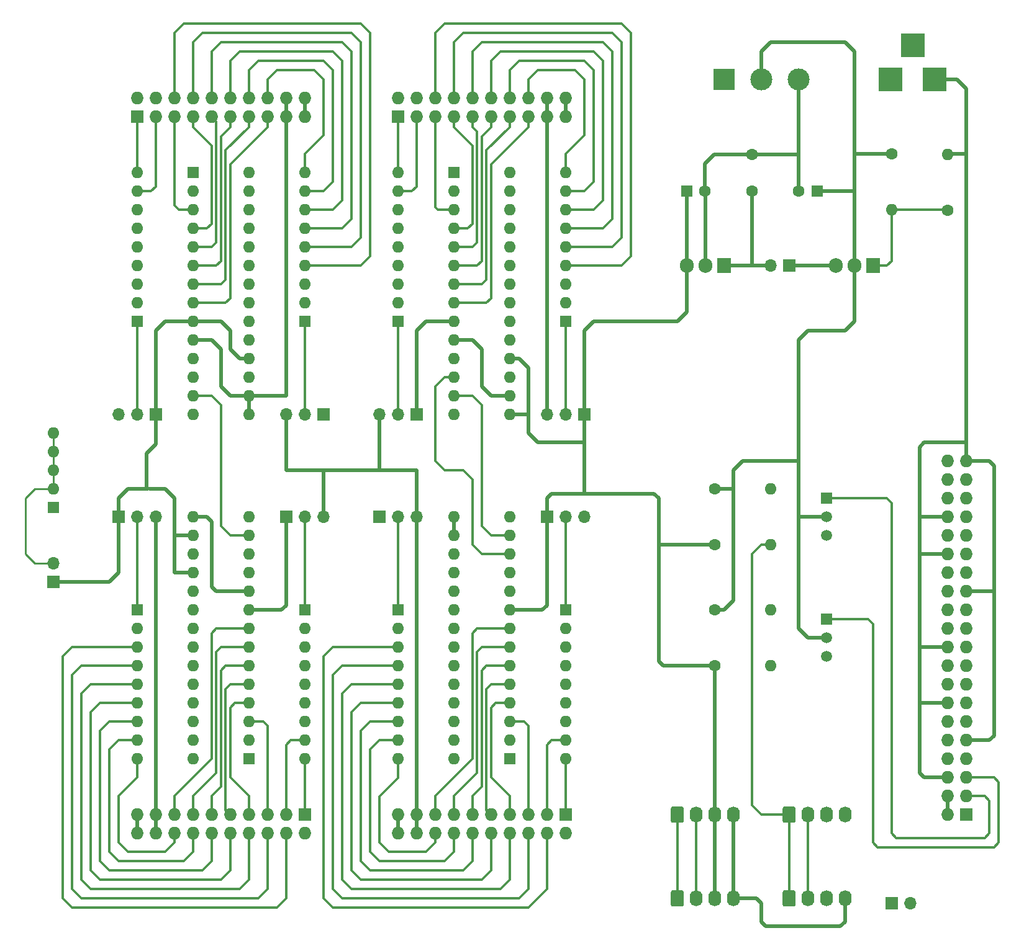
<source format=gbr>
G04 #@! TF.GenerationSoftware,KiCad,Pcbnew,(5.1.5)-3*
G04 #@! TF.CreationDate,2020-02-05T09:48:48+01:00*
G04 #@! TF.ProjectId,FGINT-V3-MASTER-64,4647494e-542d-4563-932d-4d4153544552,rev?*
G04 #@! TF.SameCoordinates,Original*
G04 #@! TF.FileFunction,Copper,L2,Bot*
G04 #@! TF.FilePolarity,Positive*
%FSLAX46Y46*%
G04 Gerber Fmt 4.6, Leading zero omitted, Abs format (unit mm)*
G04 Created by KiCad (PCBNEW (5.1.5)-3) date 2020-02-05 09:48:48*
%MOMM*%
%LPD*%
G04 APERTURE LIST*
%ADD10R,1.500000X1.500000*%
%ADD11C,1.500000*%
%ADD12O,1.700000X1.700000*%
%ADD13R,1.700000X1.700000*%
%ADD14O,1.740000X2.200000*%
%ADD15C,0.100000*%
%ADD16C,1.600000*%
%ADD17R,1.600000X1.600000*%
%ADD18R,3.200000X3.200000*%
%ADD19R,1.727200X1.727200*%
%ADD20O,1.727200X1.727200*%
%ADD21O,1.600000X1.600000*%
%ADD22O,1.905000X2.000000*%
%ADD23R,1.905000X2.000000*%
%ADD24R,3.000000X3.000000*%
%ADD25C,3.000000*%
%ADD26C,0.550000*%
%ADD27C,0.350000*%
%ADD28C,0.250000*%
G04 APERTURE END LIST*
D10*
X222250000Y-116840000D03*
D11*
X222250000Y-121920000D03*
X222250000Y-119380000D03*
D10*
X222250000Y-100330000D03*
D11*
X222250000Y-105410000D03*
X222250000Y-102870000D03*
D12*
X214630000Y-68580000D03*
D13*
X217170000Y-68580000D03*
D12*
X233680000Y-155575000D03*
D13*
X231140000Y-155575000D03*
D14*
X224790000Y-154940000D03*
X222250000Y-154940000D03*
X219710000Y-154940000D03*
G04 #@! TA.AperFunction,ComponentPad*
D15*
G36*
X217814505Y-153841204D02*
G01*
X217838773Y-153844804D01*
X217862572Y-153850765D01*
X217885671Y-153859030D01*
X217907850Y-153869520D01*
X217928893Y-153882132D01*
X217948599Y-153896747D01*
X217966777Y-153913223D01*
X217983253Y-153931401D01*
X217997868Y-153951107D01*
X218010480Y-153972150D01*
X218020970Y-153994329D01*
X218029235Y-154017428D01*
X218035196Y-154041227D01*
X218038796Y-154065495D01*
X218040000Y-154089999D01*
X218040000Y-155790001D01*
X218038796Y-155814505D01*
X218035196Y-155838773D01*
X218029235Y-155862572D01*
X218020970Y-155885671D01*
X218010480Y-155907850D01*
X217997868Y-155928893D01*
X217983253Y-155948599D01*
X217966777Y-155966777D01*
X217948599Y-155983253D01*
X217928893Y-155997868D01*
X217907850Y-156010480D01*
X217885671Y-156020970D01*
X217862572Y-156029235D01*
X217838773Y-156035196D01*
X217814505Y-156038796D01*
X217790001Y-156040000D01*
X216549999Y-156040000D01*
X216525495Y-156038796D01*
X216501227Y-156035196D01*
X216477428Y-156029235D01*
X216454329Y-156020970D01*
X216432150Y-156010480D01*
X216411107Y-155997868D01*
X216391401Y-155983253D01*
X216373223Y-155966777D01*
X216356747Y-155948599D01*
X216342132Y-155928893D01*
X216329520Y-155907850D01*
X216319030Y-155885671D01*
X216310765Y-155862572D01*
X216304804Y-155838773D01*
X216301204Y-155814505D01*
X216300000Y-155790001D01*
X216300000Y-154089999D01*
X216301204Y-154065495D01*
X216304804Y-154041227D01*
X216310765Y-154017428D01*
X216319030Y-153994329D01*
X216329520Y-153972150D01*
X216342132Y-153951107D01*
X216356747Y-153931401D01*
X216373223Y-153913223D01*
X216391401Y-153896747D01*
X216411107Y-153882132D01*
X216432150Y-153869520D01*
X216454329Y-153859030D01*
X216477428Y-153850765D01*
X216501227Y-153844804D01*
X216525495Y-153841204D01*
X216549999Y-153840000D01*
X217790001Y-153840000D01*
X217814505Y-153841204D01*
G37*
G04 #@! TD.AperFunction*
D14*
X209550000Y-154940000D03*
X207010000Y-154940000D03*
X204470000Y-154940000D03*
G04 #@! TA.AperFunction,ComponentPad*
D15*
G36*
X202574505Y-153841204D02*
G01*
X202598773Y-153844804D01*
X202622572Y-153850765D01*
X202645671Y-153859030D01*
X202667850Y-153869520D01*
X202688893Y-153882132D01*
X202708599Y-153896747D01*
X202726777Y-153913223D01*
X202743253Y-153931401D01*
X202757868Y-153951107D01*
X202770480Y-153972150D01*
X202780970Y-153994329D01*
X202789235Y-154017428D01*
X202795196Y-154041227D01*
X202798796Y-154065495D01*
X202800000Y-154089999D01*
X202800000Y-155790001D01*
X202798796Y-155814505D01*
X202795196Y-155838773D01*
X202789235Y-155862572D01*
X202780970Y-155885671D01*
X202770480Y-155907850D01*
X202757868Y-155928893D01*
X202743253Y-155948599D01*
X202726777Y-155966777D01*
X202708599Y-155983253D01*
X202688893Y-155997868D01*
X202667850Y-156010480D01*
X202645671Y-156020970D01*
X202622572Y-156029235D01*
X202598773Y-156035196D01*
X202574505Y-156038796D01*
X202550001Y-156040000D01*
X201309999Y-156040000D01*
X201285495Y-156038796D01*
X201261227Y-156035196D01*
X201237428Y-156029235D01*
X201214329Y-156020970D01*
X201192150Y-156010480D01*
X201171107Y-155997868D01*
X201151401Y-155983253D01*
X201133223Y-155966777D01*
X201116747Y-155948599D01*
X201102132Y-155928893D01*
X201089520Y-155907850D01*
X201079030Y-155885671D01*
X201070765Y-155862572D01*
X201064804Y-155838773D01*
X201061204Y-155814505D01*
X201060000Y-155790001D01*
X201060000Y-154089999D01*
X201061204Y-154065495D01*
X201064804Y-154041227D01*
X201070765Y-154017428D01*
X201079030Y-153994329D01*
X201089520Y-153972150D01*
X201102132Y-153951107D01*
X201116747Y-153931401D01*
X201133223Y-153913223D01*
X201151401Y-153896747D01*
X201171107Y-153882132D01*
X201192150Y-153869520D01*
X201214329Y-153859030D01*
X201237428Y-153850765D01*
X201261227Y-153844804D01*
X201285495Y-153841204D01*
X201309999Y-153840000D01*
X202550001Y-153840000D01*
X202574505Y-153841204D01*
G37*
G04 #@! TD.AperFunction*
D14*
X209550000Y-143510000D03*
X207010000Y-143510000D03*
X204470000Y-143510000D03*
G04 #@! TA.AperFunction,ComponentPad*
D15*
G36*
X202574505Y-142411204D02*
G01*
X202598773Y-142414804D01*
X202622572Y-142420765D01*
X202645671Y-142429030D01*
X202667850Y-142439520D01*
X202688893Y-142452132D01*
X202708599Y-142466747D01*
X202726777Y-142483223D01*
X202743253Y-142501401D01*
X202757868Y-142521107D01*
X202770480Y-142542150D01*
X202780970Y-142564329D01*
X202789235Y-142587428D01*
X202795196Y-142611227D01*
X202798796Y-142635495D01*
X202800000Y-142659999D01*
X202800000Y-144360001D01*
X202798796Y-144384505D01*
X202795196Y-144408773D01*
X202789235Y-144432572D01*
X202780970Y-144455671D01*
X202770480Y-144477850D01*
X202757868Y-144498893D01*
X202743253Y-144518599D01*
X202726777Y-144536777D01*
X202708599Y-144553253D01*
X202688893Y-144567868D01*
X202667850Y-144580480D01*
X202645671Y-144590970D01*
X202622572Y-144599235D01*
X202598773Y-144605196D01*
X202574505Y-144608796D01*
X202550001Y-144610000D01*
X201309999Y-144610000D01*
X201285495Y-144608796D01*
X201261227Y-144605196D01*
X201237428Y-144599235D01*
X201214329Y-144590970D01*
X201192150Y-144580480D01*
X201171107Y-144567868D01*
X201151401Y-144553253D01*
X201133223Y-144536777D01*
X201116747Y-144518599D01*
X201102132Y-144498893D01*
X201089520Y-144477850D01*
X201079030Y-144455671D01*
X201070765Y-144432572D01*
X201064804Y-144408773D01*
X201061204Y-144384505D01*
X201060000Y-144360001D01*
X201060000Y-142659999D01*
X201061204Y-142635495D01*
X201064804Y-142611227D01*
X201070765Y-142587428D01*
X201079030Y-142564329D01*
X201089520Y-142542150D01*
X201102132Y-142521107D01*
X201116747Y-142501401D01*
X201133223Y-142483223D01*
X201151401Y-142466747D01*
X201171107Y-142452132D01*
X201192150Y-142439520D01*
X201214329Y-142429030D01*
X201237428Y-142420765D01*
X201261227Y-142414804D01*
X201285495Y-142411204D01*
X201309999Y-142410000D01*
X202550001Y-142410000D01*
X202574505Y-142411204D01*
G37*
G04 #@! TD.AperFunction*
D16*
X212090000Y-58420000D03*
X212090000Y-53420000D03*
X205700000Y-58420000D03*
D17*
X203200000Y-58420000D03*
X220980000Y-58420000D03*
D16*
X218480000Y-58420000D03*
D18*
X231000000Y-43180000D03*
X237000000Y-43180000D03*
X234000000Y-38480000D03*
D19*
X241300000Y-143510000D03*
D20*
X238760000Y-143510000D03*
X241300000Y-140970000D03*
X238760000Y-140970000D03*
X241300000Y-138430000D03*
X238760000Y-138430000D03*
X241300000Y-135890000D03*
X238760000Y-135890000D03*
X241300000Y-133350000D03*
X238760000Y-133350000D03*
X241300000Y-130810000D03*
X238760000Y-130810000D03*
X241300000Y-128270000D03*
X238760000Y-128270000D03*
X241300000Y-125730000D03*
X238760000Y-125730000D03*
X241300000Y-123190000D03*
X238760000Y-123190000D03*
X241300000Y-120650000D03*
X238760000Y-120650000D03*
X241300000Y-118110000D03*
X238760000Y-118110000D03*
X241300000Y-115570000D03*
X238760000Y-115570000D03*
X241300000Y-113030000D03*
X238760000Y-113030000D03*
X241300000Y-110490000D03*
X238760000Y-110490000D03*
X241300000Y-107950000D03*
X238760000Y-107950000D03*
X241300000Y-105410000D03*
X238760000Y-105410000D03*
X241300000Y-102870000D03*
X238760000Y-102870000D03*
X241300000Y-100330000D03*
X238760000Y-100330000D03*
X241300000Y-97790000D03*
X238760000Y-97790000D03*
X241300000Y-95250000D03*
X238760000Y-95250000D03*
D16*
X207010000Y-99060000D03*
D21*
X214630000Y-99060000D03*
X214630000Y-115570000D03*
D16*
X207010000Y-115570000D03*
X238760000Y-61000000D03*
D21*
X238760000Y-53380000D03*
X214630000Y-106680000D03*
D16*
X207010000Y-106680000D03*
X207010000Y-123190000D03*
D21*
X214630000Y-123190000D03*
X231140000Y-60960000D03*
D16*
X231140000Y-53340000D03*
D17*
X151130000Y-76200000D03*
D21*
X151130000Y-73660000D03*
X151130000Y-71120000D03*
X151130000Y-68580000D03*
X151130000Y-66040000D03*
X151130000Y-63500000D03*
X151130000Y-60960000D03*
X151130000Y-58420000D03*
X151130000Y-55880000D03*
X128270000Y-55880000D03*
X128270000Y-58420000D03*
X128270000Y-60960000D03*
X128270000Y-63500000D03*
X128270000Y-66040000D03*
X128270000Y-68580000D03*
X128270000Y-71120000D03*
X128270000Y-73660000D03*
D17*
X128270000Y-76200000D03*
X186690000Y-76200000D03*
D21*
X186690000Y-73660000D03*
X186690000Y-71120000D03*
X186690000Y-68580000D03*
X186690000Y-66040000D03*
X186690000Y-63500000D03*
X186690000Y-60960000D03*
X186690000Y-58420000D03*
X186690000Y-55880000D03*
X163830000Y-55880000D03*
X163830000Y-58420000D03*
X163830000Y-60960000D03*
X163830000Y-63500000D03*
X163830000Y-66040000D03*
X163830000Y-68580000D03*
X163830000Y-71120000D03*
X163830000Y-73660000D03*
D17*
X163830000Y-76200000D03*
D21*
X143510000Y-55880000D03*
X135890000Y-88900000D03*
X143510000Y-58420000D03*
X135890000Y-86360000D03*
X143510000Y-60960000D03*
X135890000Y-83820000D03*
X143510000Y-63500000D03*
X135890000Y-81280000D03*
X143510000Y-66040000D03*
X135890000Y-78740000D03*
X143510000Y-68580000D03*
X135890000Y-76200000D03*
X143510000Y-71120000D03*
X135890000Y-73660000D03*
X143510000Y-73660000D03*
X135890000Y-71120000D03*
X143510000Y-76200000D03*
X135890000Y-68580000D03*
X143510000Y-78740000D03*
X135890000Y-66040000D03*
X143510000Y-81280000D03*
X135890000Y-63500000D03*
X143510000Y-83820000D03*
X135890000Y-60960000D03*
X143510000Y-86360000D03*
X135890000Y-58420000D03*
X143510000Y-88900000D03*
D17*
X135890000Y-55880000D03*
D21*
X179070000Y-55880000D03*
X171450000Y-88900000D03*
X179070000Y-58420000D03*
X171450000Y-86360000D03*
X179070000Y-60960000D03*
X171450000Y-83820000D03*
X179070000Y-63500000D03*
X171450000Y-81280000D03*
X179070000Y-66040000D03*
X171450000Y-78740000D03*
X179070000Y-68580000D03*
X171450000Y-76200000D03*
X179070000Y-71120000D03*
X171450000Y-73660000D03*
X179070000Y-73660000D03*
X171450000Y-71120000D03*
X179070000Y-76200000D03*
X171450000Y-68580000D03*
X179070000Y-78740000D03*
X171450000Y-66040000D03*
X179070000Y-81280000D03*
X171450000Y-63500000D03*
X179070000Y-83820000D03*
X171450000Y-60960000D03*
X179070000Y-86360000D03*
X171450000Y-58420000D03*
X179070000Y-88900000D03*
D17*
X171450000Y-55880000D03*
D22*
X203200000Y-68580000D03*
X205740000Y-68580000D03*
D23*
X208280000Y-68580000D03*
X228600000Y-68580000D03*
D22*
X226060000Y-68580000D03*
X223520000Y-68580000D03*
G04 #@! TA.AperFunction,ComponentPad*
D15*
G36*
X217814505Y-142411204D02*
G01*
X217838773Y-142414804D01*
X217862572Y-142420765D01*
X217885671Y-142429030D01*
X217907850Y-142439520D01*
X217928893Y-142452132D01*
X217948599Y-142466747D01*
X217966777Y-142483223D01*
X217983253Y-142501401D01*
X217997868Y-142521107D01*
X218010480Y-142542150D01*
X218020970Y-142564329D01*
X218029235Y-142587428D01*
X218035196Y-142611227D01*
X218038796Y-142635495D01*
X218040000Y-142659999D01*
X218040000Y-144360001D01*
X218038796Y-144384505D01*
X218035196Y-144408773D01*
X218029235Y-144432572D01*
X218020970Y-144455671D01*
X218010480Y-144477850D01*
X217997868Y-144498893D01*
X217983253Y-144518599D01*
X217966777Y-144536777D01*
X217948599Y-144553253D01*
X217928893Y-144567868D01*
X217907850Y-144580480D01*
X217885671Y-144590970D01*
X217862572Y-144599235D01*
X217838773Y-144605196D01*
X217814505Y-144608796D01*
X217790001Y-144610000D01*
X216549999Y-144610000D01*
X216525495Y-144608796D01*
X216501227Y-144605196D01*
X216477428Y-144599235D01*
X216454329Y-144590970D01*
X216432150Y-144580480D01*
X216411107Y-144567868D01*
X216391401Y-144553253D01*
X216373223Y-144536777D01*
X216356747Y-144518599D01*
X216342132Y-144498893D01*
X216329520Y-144477850D01*
X216319030Y-144455671D01*
X216310765Y-144432572D01*
X216304804Y-144408773D01*
X216301204Y-144384505D01*
X216300000Y-144360001D01*
X216300000Y-142659999D01*
X216301204Y-142635495D01*
X216304804Y-142611227D01*
X216310765Y-142587428D01*
X216319030Y-142564329D01*
X216329520Y-142542150D01*
X216342132Y-142521107D01*
X216356747Y-142501401D01*
X216373223Y-142483223D01*
X216391401Y-142466747D01*
X216411107Y-142452132D01*
X216432150Y-142439520D01*
X216454329Y-142429030D01*
X216477428Y-142420765D01*
X216501227Y-142414804D01*
X216525495Y-142411204D01*
X216549999Y-142410000D01*
X217790001Y-142410000D01*
X217814505Y-142411204D01*
G37*
G04 #@! TD.AperFunction*
D14*
X219710000Y-143510000D03*
X222250000Y-143510000D03*
X224790000Y-143510000D03*
D20*
X151130000Y-45720000D03*
X151130000Y-48260000D03*
X148590000Y-45720000D03*
X148590000Y-48260000D03*
X146050000Y-45720000D03*
X146050000Y-48260000D03*
X143510000Y-45720000D03*
X143510000Y-48260000D03*
X140970000Y-45720000D03*
X140970000Y-48260000D03*
X138430000Y-45720000D03*
X138430000Y-48260000D03*
X135890000Y-45720000D03*
X135890000Y-48260000D03*
X133350000Y-45720000D03*
X133350000Y-48260000D03*
X130810000Y-45720000D03*
X130810000Y-48260000D03*
X128270000Y-45720000D03*
D19*
X128270000Y-48260000D03*
D13*
X116840000Y-111760000D03*
D12*
X116840000Y-109220000D03*
X148590000Y-88900000D03*
X151130000Y-88900000D03*
D13*
X153670000Y-88900000D03*
X130810000Y-88900000D03*
D12*
X128270000Y-88900000D03*
X125730000Y-88900000D03*
D19*
X163830000Y-48260000D03*
D20*
X163830000Y-45720000D03*
X166370000Y-48260000D03*
X166370000Y-45720000D03*
X168910000Y-48260000D03*
X168910000Y-45720000D03*
X171450000Y-48260000D03*
X171450000Y-45720000D03*
X173990000Y-48260000D03*
X173990000Y-45720000D03*
X176530000Y-48260000D03*
X176530000Y-45720000D03*
X179070000Y-48260000D03*
X179070000Y-45720000D03*
X181610000Y-48260000D03*
X181610000Y-45720000D03*
X184150000Y-48260000D03*
X184150000Y-45720000D03*
X186690000Y-48260000D03*
X186690000Y-45720000D03*
D13*
X189230000Y-88900000D03*
D12*
X186690000Y-88900000D03*
X184150000Y-88900000D03*
X161290000Y-88900000D03*
X163830000Y-88900000D03*
D13*
X166370000Y-88900000D03*
D20*
X128270000Y-146050000D03*
X128270000Y-143510000D03*
X130810000Y-146050000D03*
X130810000Y-143510000D03*
X133350000Y-146050000D03*
X133350000Y-143510000D03*
X135890000Y-146050000D03*
X135890000Y-143510000D03*
X138430000Y-146050000D03*
X138430000Y-143510000D03*
X140970000Y-146050000D03*
X140970000Y-143510000D03*
X143510000Y-146050000D03*
X143510000Y-143510000D03*
X146050000Y-146050000D03*
X146050000Y-143510000D03*
X148590000Y-146050000D03*
X148590000Y-143510000D03*
X151130000Y-146050000D03*
D19*
X151130000Y-143510000D03*
D12*
X130810000Y-102870000D03*
X128270000Y-102870000D03*
D13*
X125730000Y-102870000D03*
D12*
X153670000Y-102870000D03*
X151130000Y-102870000D03*
D13*
X148590000Y-102870000D03*
D19*
X186690000Y-143510000D03*
D20*
X186690000Y-146050000D03*
X184150000Y-143510000D03*
X184150000Y-146050000D03*
X181610000Y-143510000D03*
X181610000Y-146050000D03*
X179070000Y-143510000D03*
X179070000Y-146050000D03*
X176530000Y-143510000D03*
X176530000Y-146050000D03*
X173990000Y-143510000D03*
X173990000Y-146050000D03*
X171450000Y-143510000D03*
X171450000Y-146050000D03*
X168910000Y-143510000D03*
X168910000Y-146050000D03*
X166370000Y-143510000D03*
X166370000Y-146050000D03*
X163830000Y-143510000D03*
X163830000Y-146050000D03*
D13*
X161290000Y-102870000D03*
D12*
X163830000Y-102870000D03*
X166370000Y-102870000D03*
D13*
X184150000Y-102870000D03*
D12*
X186690000Y-102870000D03*
X189230000Y-102870000D03*
D17*
X116840000Y-101600000D03*
D21*
X116840000Y-99060000D03*
X116840000Y-96520000D03*
X116840000Y-93980000D03*
X116840000Y-91440000D03*
D17*
X151130000Y-115570000D03*
D21*
X151130000Y-118110000D03*
X151130000Y-120650000D03*
X151130000Y-123190000D03*
X151130000Y-125730000D03*
X151130000Y-128270000D03*
X151130000Y-130810000D03*
X151130000Y-133350000D03*
X151130000Y-135890000D03*
D17*
X128270000Y-115570000D03*
D21*
X128270000Y-118110000D03*
X128270000Y-120650000D03*
X128270000Y-123190000D03*
X128270000Y-125730000D03*
X128270000Y-128270000D03*
X128270000Y-130810000D03*
X128270000Y-133350000D03*
X128270000Y-135890000D03*
X186690000Y-135890000D03*
X186690000Y-133350000D03*
X186690000Y-130810000D03*
X186690000Y-128270000D03*
X186690000Y-125730000D03*
X186690000Y-123190000D03*
X186690000Y-120650000D03*
X186690000Y-118110000D03*
D17*
X186690000Y-115570000D03*
D21*
X163830000Y-135890000D03*
X163830000Y-133350000D03*
X163830000Y-130810000D03*
X163830000Y-128270000D03*
X163830000Y-125730000D03*
X163830000Y-123190000D03*
X163830000Y-120650000D03*
X163830000Y-118110000D03*
D17*
X163830000Y-115570000D03*
X143510000Y-135890000D03*
D21*
X135890000Y-102870000D03*
X143510000Y-133350000D03*
X135890000Y-105410000D03*
X143510000Y-130810000D03*
X135890000Y-107950000D03*
X143510000Y-128270000D03*
X135890000Y-110490000D03*
X143510000Y-125730000D03*
X135890000Y-113030000D03*
X143510000Y-123190000D03*
X135890000Y-115570000D03*
X143510000Y-120650000D03*
X135890000Y-118110000D03*
X143510000Y-118110000D03*
X135890000Y-120650000D03*
X143510000Y-115570000D03*
X135890000Y-123190000D03*
X143510000Y-113030000D03*
X135890000Y-125730000D03*
X143510000Y-110490000D03*
X135890000Y-128270000D03*
X143510000Y-107950000D03*
X135890000Y-130810000D03*
X143510000Y-105410000D03*
X135890000Y-133350000D03*
X143510000Y-102870000D03*
X135890000Y-135890000D03*
X171450000Y-135890000D03*
X179070000Y-102870000D03*
X171450000Y-133350000D03*
X179070000Y-105410000D03*
X171450000Y-130810000D03*
X179070000Y-107950000D03*
X171450000Y-128270000D03*
X179070000Y-110490000D03*
X171450000Y-125730000D03*
X179070000Y-113030000D03*
X171450000Y-123190000D03*
X179070000Y-115570000D03*
X171450000Y-120650000D03*
X179070000Y-118110000D03*
X171450000Y-118110000D03*
X179070000Y-120650000D03*
X171450000Y-115570000D03*
X179070000Y-123190000D03*
X171450000Y-113030000D03*
X179070000Y-125730000D03*
X171450000Y-110490000D03*
X179070000Y-128270000D03*
X171450000Y-107950000D03*
X179070000Y-130810000D03*
X171450000Y-105410000D03*
X179070000Y-133350000D03*
X171450000Y-102870000D03*
D17*
X179070000Y-135890000D03*
D24*
X208280000Y-43180000D03*
D25*
X213360000Y-43180000D03*
X218440000Y-43180000D03*
D26*
X143510000Y-88900000D02*
X143510000Y-86360000D01*
X148590000Y-48260000D02*
X148590000Y-45720000D01*
X209550000Y-143510000D02*
X209550000Y-154940000D01*
X130810000Y-143510000D02*
X130810000Y-102870000D01*
X184150000Y-45720000D02*
X184150000Y-48260000D01*
X137795000Y-102870000D02*
X135890000Y-102870000D01*
X138430000Y-103505000D02*
X137795000Y-102870000D01*
X138430000Y-112395000D02*
X138430000Y-103505000D01*
X143510000Y-113030000D02*
X139065000Y-113030000D01*
X139065000Y-113030000D02*
X138430000Y-112395000D01*
X176530000Y-86360000D02*
X179070000Y-86360000D01*
X175260000Y-85090000D02*
X176530000Y-86360000D01*
X175260000Y-80010000D02*
X175260000Y-85090000D01*
X171932700Y-78740000D02*
X173990000Y-78740000D01*
X173990000Y-78740000D02*
X175260000Y-80010000D01*
X218440000Y-58380000D02*
X218480000Y-58420000D01*
X212090000Y-53420000D02*
X218440000Y-53420000D01*
X218440000Y-53420000D02*
X218440000Y-58380000D01*
X148590000Y-86360000D02*
X148590000Y-48260000D01*
X143510000Y-86360000D02*
X148590000Y-86360000D01*
X161290000Y-90375300D02*
X161290000Y-88900000D01*
X161290000Y-96520000D02*
X161290000Y-90375300D01*
X153670000Y-102870000D02*
X153670000Y-96520000D01*
X148590000Y-96520000D02*
X148590000Y-88900000D01*
X161290000Y-96520000D02*
X148590000Y-96520000D01*
X138430000Y-78740000D02*
X135890000Y-78740000D01*
X139700000Y-80010000D02*
X138430000Y-78740000D01*
X139700000Y-85090000D02*
X139700000Y-80010000D01*
X143510000Y-86360000D02*
X140970000Y-86360000D01*
X140970000Y-86360000D02*
X139700000Y-85090000D01*
X241300000Y-113030000D02*
X245110000Y-113030000D01*
X241300000Y-92710000D02*
X241300000Y-95250000D01*
X234950000Y-107950000D02*
X238760000Y-107950000D01*
X234950000Y-102870000D02*
X234950000Y-107950000D01*
X238760000Y-102870000D02*
X234950000Y-102870000D01*
X234950000Y-107950000D02*
X234950000Y-120650000D01*
X234950000Y-120650000D02*
X238760000Y-120650000D01*
X234950000Y-120650000D02*
X234950000Y-128270000D01*
X234950000Y-128270000D02*
X238760000Y-128270000D01*
X161290000Y-96520000D02*
X166370000Y-96520000D01*
X166370000Y-96520000D02*
X166370000Y-102870000D01*
X166370000Y-143510000D02*
X166370000Y-102870000D01*
X184150000Y-88900000D02*
X184150000Y-48260000D01*
X166370000Y-143510000D02*
X166370000Y-146050000D01*
X130810000Y-143510000D02*
X130810000Y-146050000D01*
X218440000Y-53420000D02*
X218440000Y-43180000D01*
X205740000Y-58460000D02*
X205700000Y-58420000D01*
X205740000Y-68580000D02*
X205740000Y-58460000D01*
X238095500Y-92710000D02*
X241300000Y-92710000D01*
X235585000Y-92710000D02*
X238095500Y-92710000D01*
X234950000Y-102870000D02*
X234950000Y-93345000D01*
X234950000Y-93345000D02*
X235585000Y-92710000D01*
X245110000Y-95885000D02*
X244475000Y-95250000D01*
X245110000Y-132715000D02*
X245110000Y-95885000D01*
X241300000Y-133350000D02*
X244475000Y-133350000D01*
X244475000Y-95250000D02*
X241300000Y-95250000D01*
X244475000Y-133350000D02*
X245110000Y-132715000D01*
X235585000Y-138430000D02*
X238760000Y-138430000D01*
X234950000Y-128270000D02*
X234950000Y-137795000D01*
X234950000Y-137795000D02*
X235585000Y-138430000D01*
X206930000Y-53420000D02*
X212090000Y-53420000D01*
X205700000Y-58420000D02*
X205700000Y-54650000D01*
X205700000Y-54650000D02*
X206930000Y-53420000D01*
X212725000Y-154940000D02*
X209550000Y-154940000D01*
X213360000Y-155575000D02*
X212725000Y-154940000D01*
X224790000Y-158115000D02*
X224155000Y-158750000D01*
X224790000Y-154940000D02*
X224790000Y-158115000D01*
X224155000Y-158750000D02*
X213995000Y-158750000D01*
X213995000Y-158750000D02*
X213360000Y-158115000D01*
X213360000Y-158115000D02*
X213360000Y-155575000D01*
X238760000Y-53380000D02*
X238800000Y-53340000D01*
X241300000Y-53340000D02*
X241300000Y-92710000D01*
X238800000Y-53340000D02*
X241300000Y-53340000D01*
X241300000Y-53340000D02*
X241300000Y-44450000D01*
X241300000Y-44450000D02*
X240030000Y-43180000D01*
X240030000Y-43180000D02*
X237000000Y-43180000D01*
X207010000Y-143510000D02*
X207010000Y-154940000D01*
X207010000Y-123190000D02*
X207010000Y-143510000D01*
X171450000Y-102870000D02*
X171450000Y-105410000D01*
X151130000Y-48260000D02*
X151130000Y-45720000D01*
X128270000Y-143510000D02*
X128270000Y-146050000D01*
X186690000Y-45720000D02*
X186690000Y-48260000D01*
X148590000Y-114935000D02*
X148590000Y-102870000D01*
X143510000Y-115570000D02*
X147955000Y-115570000D01*
X147955000Y-115570000D02*
X148590000Y-114935000D01*
X184150000Y-114935000D02*
X184150000Y-102870000D01*
X179070000Y-115570000D02*
X183515000Y-115570000D01*
X183515000Y-115570000D02*
X184150000Y-114935000D01*
X184785000Y-99695000D02*
X189230000Y-99695000D01*
X184150000Y-102870000D02*
X184150000Y-100330000D01*
X184150000Y-100330000D02*
X184785000Y-99695000D01*
X198755000Y-99695000D02*
X189230000Y-99695000D01*
X199390000Y-100330000D02*
X198755000Y-99695000D01*
X199390000Y-122555000D02*
X199390000Y-100330000D01*
X207010000Y-123190000D02*
X200025000Y-123190000D01*
X200025000Y-123190000D02*
X199390000Y-122555000D01*
X189230000Y-99695000D02*
X189230000Y-88900000D01*
X181610000Y-88900000D02*
X179070000Y-88900000D01*
X182880000Y-92710000D02*
X189230000Y-92710000D01*
X181610000Y-88900000D02*
X181610000Y-91440000D01*
X181610000Y-91440000D02*
X182880000Y-92710000D01*
X181610000Y-82550000D02*
X181610000Y-88900000D01*
X179070000Y-81280000D02*
X180340000Y-81280000D01*
X180340000Y-81280000D02*
X181610000Y-82550000D01*
X203200000Y-68580000D02*
X203200000Y-58420000D01*
X124460000Y-111760000D02*
X116840000Y-111760000D01*
X125730000Y-102870000D02*
X125730000Y-110490000D01*
X125730000Y-110490000D02*
X124460000Y-111760000D01*
X133350000Y-110490000D02*
X133350000Y-105410000D01*
X135890000Y-110490000D02*
X133350000Y-110490000D01*
X135890000Y-105410000D02*
X133350000Y-105410000D01*
X127000000Y-99060000D02*
X129540000Y-99060000D01*
X125730000Y-102870000D02*
X125730000Y-100330000D01*
X125730000Y-100330000D02*
X127000000Y-99060000D01*
X132080000Y-99060000D02*
X129951000Y-99060000D01*
X133350000Y-105254700D02*
X133350000Y-100330000D01*
X133350000Y-100330000D02*
X132080000Y-99060000D01*
X130810000Y-92915500D02*
X130810000Y-88900000D01*
X129540000Y-94185500D02*
X130810000Y-92915500D01*
X129745500Y-99060000D02*
X129540000Y-98854500D01*
X129540000Y-98854500D02*
X129540000Y-94185500D01*
X142240000Y-81280000D02*
X143510000Y-81280000D01*
X140970000Y-80010000D02*
X142240000Y-81280000D01*
X140970000Y-77470000D02*
X140970000Y-80010000D01*
X135890000Y-76200000D02*
X139700000Y-76200000D01*
X139700000Y-76200000D02*
X140970000Y-77470000D01*
X167640000Y-76200000D02*
X171450000Y-76200000D01*
X166370000Y-88900000D02*
X166370000Y-77470000D01*
X166370000Y-77470000D02*
X167640000Y-76200000D01*
X132080000Y-76200000D02*
X135890000Y-76200000D01*
X130810000Y-88900000D02*
X130810000Y-77470000D01*
X130810000Y-77470000D02*
X132080000Y-76200000D01*
X203200000Y-74930000D02*
X203200000Y-68580000D01*
X201930000Y-76200000D02*
X203200000Y-74930000D01*
X190500000Y-76200000D02*
X201930000Y-76200000D01*
X189230000Y-88900000D02*
X189230000Y-77470000D01*
X189230000Y-77470000D02*
X190500000Y-76200000D01*
X207010000Y-106680000D02*
X199390000Y-106680000D01*
X163830000Y-143510000D02*
X163830000Y-146050000D01*
X222250000Y-102870000D02*
X220874700Y-102870000D01*
X218440000Y-102870000D02*
X220874700Y-102870000D01*
X218440000Y-95250000D02*
X218440000Y-102870000D01*
X226060000Y-53340000D02*
X226060000Y-58420000D01*
X226060000Y-58420000D02*
X220980000Y-58420000D01*
X213360000Y-39370000D02*
X213360000Y-43180000D01*
X214630000Y-38100000D02*
X213360000Y-39370000D01*
X224790000Y-38100000D02*
X214630000Y-38100000D01*
X226060000Y-53340000D02*
X226060000Y-39370000D01*
X226060000Y-39370000D02*
X224790000Y-38100000D01*
X218440000Y-118110000D02*
X218440000Y-102870000D01*
X222250000Y-119380000D02*
X219710000Y-119380000D01*
X219710000Y-119380000D02*
X218440000Y-118110000D01*
X207010000Y-115570000D02*
X208280000Y-115570000D01*
X208280000Y-115570000D02*
X209550000Y-114300000D01*
X207010000Y-99060000D02*
X209550000Y-99060000D01*
X209550000Y-114300000D02*
X209550000Y-99060000D01*
X209550000Y-96520000D02*
X209550000Y-99060000D01*
X218440000Y-95250000D02*
X210820000Y-95250000D01*
X210820000Y-95250000D02*
X209550000Y-96520000D01*
X231140000Y-53340000D02*
X226060000Y-53340000D01*
X218440000Y-78740000D02*
X218440000Y-95250000D01*
X219710000Y-77470000D02*
X218440000Y-78740000D01*
X224790000Y-77470000D02*
X219710000Y-77470000D01*
X226060000Y-58420000D02*
X226060000Y-76200000D01*
X226060000Y-76200000D02*
X224790000Y-77470000D01*
D27*
X151130000Y-53312350D02*
X151130000Y-55880000D01*
X146050000Y-43180000D02*
X147320000Y-41910000D01*
X146050000Y-45720000D02*
X146050000Y-43180000D01*
X147320000Y-41910000D02*
X152400000Y-41910000D01*
X152400000Y-41910000D02*
X153670000Y-43180000D01*
X153670000Y-43180000D02*
X153670000Y-50772350D01*
X153670000Y-50772350D02*
X151130000Y-53312350D01*
X146050000Y-49648900D02*
X146050000Y-48260000D01*
X140970000Y-54728900D02*
X146050000Y-49648900D01*
X140970000Y-73025000D02*
X140970000Y-54728900D01*
X135890000Y-73660000D02*
X140335000Y-73660000D01*
X140335000Y-73660000D02*
X140970000Y-73025000D01*
X143510000Y-41910000D02*
X143510000Y-45720000D01*
X153670000Y-58420000D02*
X154940000Y-57150000D01*
X151130000Y-58420000D02*
X153670000Y-58420000D01*
X154940000Y-57150000D02*
X154940000Y-41910000D01*
X154940000Y-41910000D02*
X153670000Y-40640000D01*
X153670000Y-40640000D02*
X144780000Y-40640000D01*
X144780000Y-40640000D02*
X143510000Y-41910000D01*
X143510000Y-49648900D02*
X143510000Y-48260000D01*
X140335000Y-52823900D02*
X143510000Y-49648900D01*
X140335000Y-70485000D02*
X140335000Y-52823900D01*
X135890000Y-71120000D02*
X139700000Y-71120000D01*
X139700000Y-71120000D02*
X140335000Y-70485000D01*
X140970000Y-40640000D02*
X140970000Y-45720000D01*
X154940000Y-60960000D02*
X156210000Y-59690000D01*
X151130000Y-60960000D02*
X154940000Y-60960000D01*
X156210000Y-59690000D02*
X156210000Y-40640000D01*
X156210000Y-40640000D02*
X154940000Y-39370000D01*
X154940000Y-39370000D02*
X142240000Y-39370000D01*
X142240000Y-39370000D02*
X140970000Y-40640000D01*
X139065000Y-68580000D02*
X135890000Y-68580000D01*
X139700000Y-67945000D02*
X139065000Y-68580000D01*
X139700000Y-50918900D02*
X139700000Y-67945000D01*
X140970000Y-48260000D02*
X140970000Y-49648900D01*
X140970000Y-49648900D02*
X139700000Y-50918900D01*
X138430000Y-39370000D02*
X138430000Y-45720000D01*
X156210000Y-63500000D02*
X157480000Y-62230000D01*
X151130000Y-63500000D02*
X156210000Y-63500000D01*
X157480000Y-62230000D02*
X157480000Y-39370000D01*
X157480000Y-39370000D02*
X156210000Y-38100000D01*
X156210000Y-38100000D02*
X139700000Y-38100000D01*
X139700000Y-38100000D02*
X138430000Y-39370000D01*
X138430000Y-66040000D02*
X135890000Y-66040000D01*
X139065000Y-65405000D02*
X138430000Y-66040000D01*
X138430000Y-48260000D02*
X139065000Y-48895000D01*
X139065000Y-48895000D02*
X139065000Y-65405000D01*
X135890000Y-38100000D02*
X135890000Y-45720000D01*
X157480000Y-66040000D02*
X158750000Y-64770000D01*
X151130000Y-66040000D02*
X157480000Y-66040000D01*
X158750000Y-64770000D02*
X158750000Y-38100000D01*
X158750000Y-38100000D02*
X157480000Y-36830000D01*
X157480000Y-36830000D02*
X137160000Y-36830000D01*
X137160000Y-36830000D02*
X135890000Y-38100000D01*
X137795000Y-63500000D02*
X135890000Y-63500000D01*
X138430000Y-62865000D02*
X137795000Y-63500000D01*
X138430000Y-52188900D02*
X138430000Y-62865000D01*
X135890000Y-48260000D02*
X135890000Y-49648900D01*
X135890000Y-49648900D02*
X138430000Y-52188900D01*
X133350000Y-36830000D02*
X133350000Y-45720000D01*
X158750000Y-68580000D02*
X160020000Y-67310000D01*
X151130000Y-68580000D02*
X158750000Y-68580000D01*
X160020000Y-67310000D02*
X160020000Y-36830000D01*
X160020000Y-36830000D02*
X158750000Y-35560000D01*
X158750000Y-35560000D02*
X134620000Y-35560000D01*
X134620000Y-35560000D02*
X133350000Y-36830000D01*
X133350000Y-60325000D02*
X133350000Y-48260000D01*
X135890000Y-60960000D02*
X133985000Y-60960000D01*
X133985000Y-60960000D02*
X133350000Y-60325000D01*
X130175000Y-58420000D02*
X128270000Y-58420000D01*
X130810000Y-48260000D02*
X130810000Y-57785000D01*
X130810000Y-57785000D02*
X130175000Y-58420000D01*
X128270000Y-48260000D02*
X128270000Y-55880000D01*
X151130000Y-88900000D02*
X151130000Y-76200000D01*
X128270000Y-88900000D02*
X128270000Y-76200000D01*
X163830000Y-48260000D02*
X163830000Y-55880000D01*
X165735000Y-58420000D02*
X163830000Y-58420000D01*
X166370000Y-48260000D02*
X166370000Y-57785000D01*
X166370000Y-57785000D02*
X165735000Y-58420000D01*
X168910000Y-60568750D02*
X168910000Y-48260000D01*
X171450000Y-60960000D02*
X169301250Y-60960000D01*
X169301250Y-60960000D02*
X168910000Y-60568750D01*
X168910000Y-36830000D02*
X168910000Y-45720000D01*
X186690000Y-68580000D02*
X194310000Y-68580000D01*
X194310000Y-68580000D02*
X195580000Y-67310000D01*
X195580000Y-67310000D02*
X195580000Y-36830000D01*
X195580000Y-36830000D02*
X194310000Y-35560000D01*
X194310000Y-35560000D02*
X170180000Y-35560000D01*
X170180000Y-35560000D02*
X168910000Y-36830000D01*
X173355000Y-63500000D02*
X171450000Y-63500000D01*
X173990000Y-62865000D02*
X173355000Y-63500000D01*
X173990000Y-52188900D02*
X173990000Y-62865000D01*
X171450000Y-48260000D02*
X171450000Y-49648900D01*
X171450000Y-49648900D02*
X173990000Y-52188900D01*
X171450000Y-38100000D02*
X171450000Y-45720000D01*
X186690000Y-66040000D02*
X193040000Y-66040000D01*
X193040000Y-66040000D02*
X194310000Y-64770000D01*
X194310000Y-64770000D02*
X194310000Y-38100000D01*
X194310000Y-38100000D02*
X193040000Y-36830000D01*
X193040000Y-36830000D02*
X172720000Y-36830000D01*
X172720000Y-36830000D02*
X171450000Y-38100000D01*
X173990000Y-66040000D02*
X171450000Y-66040000D01*
X174625000Y-65405000D02*
X173990000Y-66040000D01*
X174625000Y-50283900D02*
X174625000Y-65405000D01*
X173990000Y-48260000D02*
X173990000Y-49648900D01*
X173990000Y-49648900D02*
X174625000Y-50283900D01*
X173990000Y-39370000D02*
X173990000Y-45720000D01*
X191770000Y-63500000D02*
X193040000Y-62230000D01*
X193040000Y-62230000D02*
X193040000Y-39370000D01*
X193040000Y-39370000D02*
X191770000Y-38100000D01*
X191770000Y-38100000D02*
X175260000Y-38100000D01*
X186690000Y-63500000D02*
X191770000Y-63500000D01*
X175260000Y-38100000D02*
X173990000Y-39370000D01*
X174625000Y-68580000D02*
X171450000Y-68580000D01*
X175260000Y-67945000D02*
X174625000Y-68580000D01*
X175260000Y-50918900D02*
X175260000Y-67945000D01*
X176530000Y-48260000D02*
X176530000Y-49648900D01*
X176530000Y-49648900D02*
X175260000Y-50918900D01*
X190500000Y-60960000D02*
X186690000Y-60960000D01*
X176530000Y-40640000D02*
X177800000Y-39370000D01*
X176530000Y-45720000D02*
X176530000Y-40640000D01*
X177800000Y-39370000D02*
X190500000Y-39370000D01*
X190500000Y-39370000D02*
X191770000Y-40640000D01*
X191770000Y-40640000D02*
X191770000Y-59690000D01*
X191770000Y-59690000D02*
X190500000Y-60960000D01*
X175260000Y-71120000D02*
X171450000Y-71120000D01*
X175895000Y-70485000D02*
X175260000Y-71120000D01*
X175895000Y-52823900D02*
X175895000Y-70485000D01*
X179070000Y-48260000D02*
X179070000Y-49648900D01*
X179070000Y-49648900D02*
X175895000Y-52823900D01*
X189230000Y-58420000D02*
X186690000Y-58420000D01*
X179070000Y-41910000D02*
X180340000Y-40640000D01*
X180340000Y-40640000D02*
X189230000Y-40640000D01*
X189230000Y-40640000D02*
X190500000Y-41910000D01*
X179070000Y-45720000D02*
X179070000Y-41910000D01*
X190500000Y-41910000D02*
X190500000Y-57150000D01*
X190500000Y-57150000D02*
X189230000Y-58420000D01*
X175895000Y-73660000D02*
X171450000Y-73660000D01*
X176530000Y-73025000D02*
X175895000Y-73660000D01*
X176530000Y-54728900D02*
X176530000Y-73025000D01*
X181610000Y-48260000D02*
X181610000Y-49648900D01*
X181610000Y-49648900D02*
X176530000Y-54728900D01*
X186690000Y-53312350D02*
X186690000Y-55880000D01*
X181610000Y-43180000D02*
X182880000Y-41910000D01*
X181610000Y-45720000D02*
X181610000Y-43180000D01*
X182880000Y-41910000D02*
X187960000Y-41910000D01*
X187960000Y-41910000D02*
X189230000Y-43180000D01*
X189230000Y-43180000D02*
X189230000Y-50772350D01*
X189230000Y-50772350D02*
X186690000Y-53312350D01*
X186690000Y-88900000D02*
X186690000Y-76200000D01*
X163830000Y-88900000D02*
X163830000Y-76200000D01*
X151130000Y-143510000D02*
X151130000Y-135890000D01*
X149225000Y-133350000D02*
X151130000Y-133350000D01*
X148590000Y-143510000D02*
X148590000Y-133985000D01*
X148590000Y-133985000D02*
X149225000Y-133350000D01*
X148590000Y-147271314D02*
X148590000Y-146050000D01*
X148590000Y-154940000D02*
X148590000Y-147271314D01*
X128270000Y-120650000D02*
X119380000Y-120650000D01*
X119380000Y-120650000D02*
X118110000Y-121920000D01*
X118110000Y-121920000D02*
X118110000Y-154940000D01*
X118110000Y-154940000D02*
X119380000Y-156210000D01*
X119380000Y-156210000D02*
X147320000Y-156210000D01*
X147320000Y-156210000D02*
X148590000Y-154940000D01*
X146050000Y-131417318D02*
X146050000Y-143510000D01*
X143510000Y-130810000D02*
X145442682Y-130810000D01*
X145442682Y-130810000D02*
X146050000Y-131417318D01*
X146050000Y-153670000D02*
X146050000Y-147271314D01*
X146050000Y-147271314D02*
X146050000Y-146050000D01*
X120650000Y-123190000D02*
X119380000Y-124460000D01*
X128270000Y-123190000D02*
X120650000Y-123190000D01*
X119380000Y-124460000D02*
X119380000Y-153670000D01*
X119380000Y-153670000D02*
X120650000Y-154940000D01*
X120650000Y-154940000D02*
X144780000Y-154940000D01*
X144780000Y-154940000D02*
X146050000Y-153670000D01*
X143510000Y-140970000D02*
X143510000Y-143510000D01*
X140970000Y-138430000D02*
X143510000Y-140970000D01*
X140970000Y-128905000D02*
X140970000Y-138430000D01*
X143510000Y-128270000D02*
X141605000Y-128270000D01*
X141605000Y-128270000D02*
X140970000Y-128905000D01*
X143510000Y-147271314D02*
X143510000Y-146050000D01*
X143510000Y-152400000D02*
X143510000Y-147271314D01*
X121920000Y-125730000D02*
X120650000Y-127000000D01*
X128270000Y-125730000D02*
X121920000Y-125730000D01*
X120650000Y-127000000D02*
X120650000Y-152400000D01*
X120650000Y-152400000D02*
X121920000Y-153670000D01*
X121920000Y-153670000D02*
X142240000Y-153670000D01*
X142240000Y-153670000D02*
X143510000Y-152400000D01*
X140970000Y-125730000D02*
X143510000Y-125730000D01*
X140335000Y-126365000D02*
X140970000Y-125730000D01*
X140970000Y-143510000D02*
X140335000Y-142875000D01*
X140335000Y-142875000D02*
X140335000Y-126365000D01*
X140970000Y-147271314D02*
X140970000Y-146050000D01*
X140970000Y-151130000D02*
X140970000Y-147271314D01*
X128270000Y-128270000D02*
X123190000Y-128270000D01*
X123190000Y-128270000D02*
X121920000Y-129540000D01*
X121920000Y-129540000D02*
X121920000Y-151130000D01*
X121920000Y-151130000D02*
X123190000Y-152400000D01*
X123190000Y-152400000D02*
X139700000Y-152400000D01*
X139700000Y-152400000D02*
X140970000Y-151130000D01*
X140335000Y-123190000D02*
X143510000Y-123190000D01*
X139700000Y-123825000D02*
X140335000Y-123190000D01*
X139700000Y-139700000D02*
X139700000Y-123825000D01*
X138430000Y-143510000D02*
X138430000Y-140970000D01*
X138430000Y-140970000D02*
X139700000Y-139700000D01*
X138430000Y-149860000D02*
X138430000Y-146050000D01*
X124460000Y-130810000D02*
X123190000Y-132080000D01*
X128270000Y-130810000D02*
X124460000Y-130810000D01*
X123190000Y-132080000D02*
X123190000Y-149860000D01*
X123190000Y-149860000D02*
X124460000Y-151130000D01*
X124460000Y-151130000D02*
X137160000Y-151130000D01*
X137160000Y-151130000D02*
X138430000Y-149860000D01*
X139700000Y-120650000D02*
X143510000Y-120650000D01*
X139065000Y-121285000D02*
X139700000Y-120650000D01*
X139065000Y-137795000D02*
X139065000Y-121285000D01*
X135890000Y-143510000D02*
X135890000Y-140970000D01*
X135890000Y-140970000D02*
X139065000Y-137795000D01*
X135890000Y-148590000D02*
X135890000Y-146050000D01*
X125730000Y-133350000D02*
X124460000Y-134620000D01*
X128270000Y-133350000D02*
X125730000Y-133350000D01*
X124460000Y-134620000D02*
X124460000Y-148590000D01*
X124460000Y-148590000D02*
X125730000Y-149860000D01*
X125730000Y-149860000D02*
X134620000Y-149860000D01*
X134620000Y-149860000D02*
X135890000Y-148590000D01*
X133350000Y-140940275D02*
X133350000Y-143510000D01*
X138430000Y-135860275D02*
X133350000Y-140940275D01*
X138430000Y-118745000D02*
X138430000Y-135860275D01*
X143510000Y-118110000D02*
X139065000Y-118110000D01*
X139065000Y-118110000D02*
X138430000Y-118745000D01*
X133350000Y-147320000D02*
X133350000Y-146050000D01*
X128270000Y-135890000D02*
X128270000Y-138430000D01*
X128270000Y-138430000D02*
X125730000Y-140970000D01*
X125730000Y-140970000D02*
X125730000Y-147320000D01*
X125730000Y-147320000D02*
X127000000Y-148590000D01*
X127000000Y-148590000D02*
X132080000Y-148590000D01*
X132080000Y-148590000D02*
X133350000Y-147320000D01*
X128270000Y-102870000D02*
X128270000Y-115570000D01*
X151130000Y-102870000D02*
X151130000Y-115570000D01*
X186690000Y-143510000D02*
X186690000Y-142121100D01*
X186690000Y-135890000D02*
X186690000Y-137215300D01*
X186690000Y-137215300D02*
X186690000Y-142121100D01*
X184785000Y-133350000D02*
X186690000Y-133350000D01*
X184150000Y-143510000D02*
X184150000Y-133985000D01*
X184150000Y-133985000D02*
X184785000Y-133350000D01*
X184150000Y-153670000D02*
X184150000Y-146050000D01*
X163830000Y-120650000D02*
X154940000Y-120650000D01*
X153670000Y-121920000D02*
X153670000Y-154940000D01*
X153670000Y-154940000D02*
X154940000Y-156210000D01*
X154940000Y-120650000D02*
X153670000Y-121920000D01*
X154940000Y-156210000D02*
X181610000Y-156210000D01*
X181610000Y-156210000D02*
X184150000Y-153670000D01*
X181002682Y-130810000D02*
X179070000Y-130810000D01*
X181610000Y-143510000D02*
X181610000Y-131417318D01*
X181610000Y-131417318D02*
X181002682Y-130810000D01*
X181610000Y-153670000D02*
X181610000Y-146050000D01*
X156210000Y-123190000D02*
X154940000Y-124460000D01*
X163830000Y-123190000D02*
X156210000Y-123190000D01*
X154940000Y-124460000D02*
X154940000Y-153670000D01*
X154940000Y-153670000D02*
X156210000Y-154940000D01*
X156210000Y-154940000D02*
X180340000Y-154940000D01*
X180340000Y-154940000D02*
X181610000Y-153670000D01*
X177165000Y-128270000D02*
X179070000Y-128270000D01*
X176530000Y-128905000D02*
X177165000Y-128270000D01*
X176530000Y-138430000D02*
X176530000Y-128905000D01*
X179070000Y-143510000D02*
X179070000Y-140970000D01*
X179070000Y-140970000D02*
X176530000Y-138430000D01*
X179070000Y-152400000D02*
X179070000Y-146050000D01*
X157480000Y-125730000D02*
X156210000Y-127000000D01*
X163830000Y-125730000D02*
X157480000Y-125730000D01*
X156210000Y-127000000D02*
X156210000Y-152400000D01*
X156210000Y-152400000D02*
X157480000Y-153670000D01*
X157480000Y-153670000D02*
X177800000Y-153670000D01*
X177800000Y-153670000D02*
X179070000Y-152400000D01*
X176530000Y-125730000D02*
X179070000Y-125730000D01*
X175895000Y-126365000D02*
X176530000Y-125730000D01*
X176530000Y-143510000D02*
X175895000Y-142875000D01*
X175895000Y-142875000D02*
X175895000Y-126365000D01*
X176530000Y-151130000D02*
X176530000Y-146050000D01*
X158750000Y-128270000D02*
X157480000Y-129540000D01*
X157480000Y-129540000D02*
X157480000Y-151130000D01*
X157480000Y-151130000D02*
X158750000Y-152400000D01*
X163830000Y-128270000D02*
X158750000Y-128270000D01*
X158750000Y-152400000D02*
X175260000Y-152400000D01*
X175260000Y-152400000D02*
X176530000Y-151130000D01*
X175895000Y-123190000D02*
X179070000Y-123190000D01*
X175260000Y-123825000D02*
X175895000Y-123190000D01*
X175260000Y-139700000D02*
X175260000Y-123825000D01*
X173990000Y-143510000D02*
X173990000Y-140970000D01*
X173990000Y-140970000D02*
X175260000Y-139700000D01*
X160020000Y-130810000D02*
X163830000Y-130810000D01*
X173990000Y-149860000D02*
X172720000Y-151130000D01*
X173990000Y-146050000D02*
X173990000Y-149860000D01*
X172720000Y-151130000D02*
X160020000Y-151130000D01*
X158750000Y-149860000D02*
X158750000Y-132080000D01*
X160020000Y-151130000D02*
X158750000Y-149860000D01*
X158750000Y-132080000D02*
X160020000Y-130810000D01*
X171450000Y-140970000D02*
X171450000Y-143510000D01*
X174625000Y-137795000D02*
X171450000Y-140970000D01*
X174625000Y-121285000D02*
X174625000Y-137795000D01*
X179070000Y-120650000D02*
X175260000Y-120650000D01*
X175260000Y-120650000D02*
X174625000Y-121285000D01*
X171450000Y-148590000D02*
X170180000Y-149860000D01*
X161290000Y-133350000D02*
X163830000Y-133350000D01*
X171450000Y-146050000D02*
X171450000Y-148590000D01*
X170180000Y-149860000D02*
X161290000Y-149860000D01*
X161290000Y-149860000D02*
X160020000Y-148590000D01*
X160020000Y-148590000D02*
X160020000Y-134620000D01*
X160020000Y-134620000D02*
X161290000Y-133350000D01*
X168910000Y-140940275D02*
X168910000Y-143510000D01*
X173990000Y-135860275D02*
X168910000Y-140940275D01*
X173990000Y-118745000D02*
X173990000Y-135860275D01*
X179070000Y-118110000D02*
X174625000Y-118110000D01*
X174625000Y-118110000D02*
X173990000Y-118745000D01*
X163830000Y-138457650D02*
X163830000Y-135890000D01*
X168910000Y-146050000D02*
X168910000Y-147320000D01*
X168910000Y-147320000D02*
X167640000Y-148590000D01*
X167640000Y-148590000D02*
X162560000Y-148590000D01*
X161290000Y-147320000D02*
X161290000Y-140997650D01*
X162560000Y-148590000D02*
X161290000Y-147320000D01*
X161290000Y-140997650D02*
X163830000Y-138457650D01*
X163830000Y-102870000D02*
X163830000Y-115570000D01*
X186690000Y-102870000D02*
X186690000Y-115570000D01*
X244475000Y-141605000D02*
X243840000Y-140970000D01*
X244475000Y-146050000D02*
X244475000Y-141605000D01*
X243840000Y-146685000D02*
X244475000Y-146050000D01*
X243840000Y-140970000D02*
X241300000Y-140970000D01*
X230505000Y-100330000D02*
X231140000Y-100965000D01*
X231140000Y-100965000D02*
X231140000Y-146050000D01*
X222250000Y-100330000D02*
X230505000Y-100330000D01*
X231775000Y-146685000D02*
X243840000Y-146685000D01*
X231140000Y-146050000D02*
X231775000Y-146685000D01*
X245110000Y-138430000D02*
X241300000Y-138430000D01*
X245745000Y-139065000D02*
X245110000Y-138430000D01*
X227965000Y-116840000D02*
X228600000Y-117475000D01*
X245745000Y-147320000D02*
X245745000Y-139065000D01*
X222250000Y-116840000D02*
X227965000Y-116840000D01*
X228600000Y-117475000D02*
X228600000Y-147320000D01*
X228600000Y-147320000D02*
X229235000Y-147955000D01*
X245110000Y-147955000D02*
X245745000Y-147320000D01*
X229235000Y-147955000D02*
X245110000Y-147955000D01*
X201930000Y-143510000D02*
X201930000Y-154940000D01*
X217170000Y-143510000D02*
X217170000Y-154940000D01*
X138430000Y-86360000D02*
X135890000Y-86360000D01*
X139700000Y-87630000D02*
X138430000Y-86360000D01*
X139700000Y-104140000D02*
X139700000Y-87630000D01*
X143510000Y-105410000D02*
X140970000Y-105410000D01*
X140970000Y-105410000D02*
X139700000Y-104140000D01*
X176530000Y-105410000D02*
X179070000Y-105410000D01*
X175260000Y-104140000D02*
X176530000Y-105410000D01*
X175260000Y-87630000D02*
X175260000Y-104140000D01*
X171450000Y-86360000D02*
X173990000Y-86360000D01*
X173990000Y-86360000D02*
X175260000Y-87630000D01*
X213360000Y-143510000D02*
X217170000Y-143510000D01*
X212090000Y-142240000D02*
X213360000Y-143510000D01*
X212090000Y-107950000D02*
X212090000Y-142240000D01*
X214630000Y-106680000D02*
X213360000Y-106680000D01*
X213360000Y-106680000D02*
X212090000Y-107950000D01*
X204470000Y-143510000D02*
X204470000Y-154940000D01*
X219710000Y-143510000D02*
X219710000Y-154940000D01*
X170180000Y-83820000D02*
X171450000Y-83820000D01*
X168910000Y-85090000D02*
X170180000Y-83820000D01*
X168910000Y-95250000D02*
X168910000Y-85090000D01*
X175260000Y-107950000D02*
X173990000Y-106680000D01*
X179070000Y-107950000D02*
X175260000Y-107950000D01*
X173990000Y-106680000D02*
X173990000Y-97790000D01*
X173990000Y-97790000D02*
X172720000Y-96520000D01*
X172720000Y-96520000D02*
X170180000Y-96520000D01*
X170180000Y-96520000D02*
X168910000Y-95250000D01*
X231140000Y-60960000D02*
X238760000Y-60960000D01*
X230505000Y-68580000D02*
X228600000Y-68580000D01*
X231140000Y-60960000D02*
X231140000Y-67945000D01*
X231140000Y-67945000D02*
X230505000Y-68580000D01*
D28*
X116840000Y-93980000D02*
X116840000Y-96520000D01*
X116840000Y-91440000D02*
X116840000Y-93980000D01*
X114300000Y-99060000D02*
X116840000Y-99060000D01*
X113030000Y-100330000D02*
X114300000Y-99060000D01*
X113030000Y-107950000D02*
X113030000Y-100330000D01*
X116840000Y-109220000D02*
X114300000Y-109220000D01*
X114300000Y-109220000D02*
X113030000Y-107950000D01*
X116840000Y-99060000D02*
X116840000Y-96520000D01*
D26*
X212090000Y-58420000D02*
X212090000Y-68580000D01*
X212090000Y-68580000D02*
X215265000Y-68580000D01*
X212090000Y-68580000D02*
X208280000Y-68580000D01*
X238760000Y-140970000D02*
X238760000Y-143510000D01*
X217805000Y-68580000D02*
X223520000Y-68580000D01*
M02*

</source>
